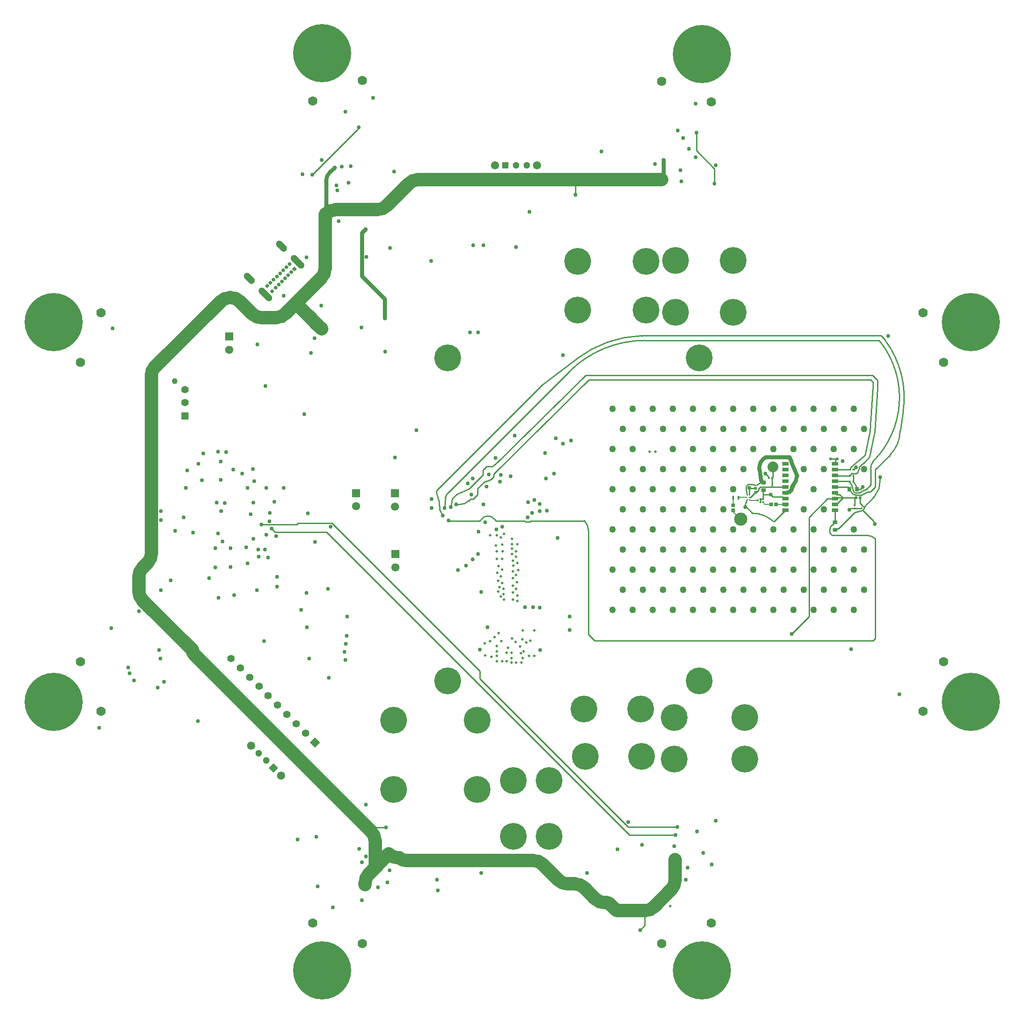
<source format=gbl>
G04*
G04 #@! TF.GenerationSoftware,Altium Limited,Altium Designer,25.8.1 (18)*
G04*
G04 Layer_Physical_Order=6*
G04 Layer_Color=16711680*
%FSLAX44Y44*%
%MOMM*%
G71*
G04*
G04 #@! TF.SameCoordinates,535EF8B2-0DBE-4100-A7A0-3C18341BF710*
G04*
G04*
G04 #@! TF.FilePolarity,Positive*
G04*
G01*
G75*
%ADD15C,0.2540*%
%ADD17C,2.0320*%
%ADD19R,0.6500X0.9000*%
%ADD22R,0.9000X0.6500*%
%ADD23R,0.2627X0.3541*%
%ADD46R,0.6725X0.7154*%
%ADD62R,0.7154X0.6725*%
%ADD84R,0.5153X0.4725*%
G04:AMPARAMS|DCode=109|XSize=1.3mm|YSize=2.5mm|CornerRadius=0.65mm|HoleSize=0mm|Usage=FLASHONLY|Rotation=225.000|XOffset=0mm|YOffset=0mm|HoleType=Round|Shape=RoundedRectangle|*
%AMROUNDEDRECTD109*
21,1,1.3000,1.2000,0,0,225.0*
21,1,0.0000,2.5000,0,0,225.0*
1,1,1.3000,-0.4243,0.4243*
1,1,1.3000,-0.4243,0.4243*
1,1,1.3000,0.4243,-0.4243*
1,1,1.3000,0.4243,-0.4243*
%
%ADD109ROUNDEDRECTD109*%
%ADD120C,1.5500*%
%ADD121C,1.3000*%
%ADD122P,0.9900X4X270.0*%
%ADD123C,0.7000*%
%ADD124R,1.4000X1.4000*%
%ADD125C,1.4000*%
%ADD126C,2.4892*%
G04:AMPARAMS|DCode=127|XSize=1.3mm|YSize=3.2mm|CornerRadius=0.65mm|HoleSize=0mm|Usage=FLASHONLY|Rotation=225.000|XOffset=0mm|YOffset=0mm|HoleType=Round|Shape=RoundedRectangle|*
%AMROUNDEDRECTD127*
21,1,1.3000,1.9000,0,0,225.0*
21,1,0.0000,3.2000,0,0,225.0*
1,1,1.3000,-0.6718,0.6718*
1,1,1.3000,-0.6718,0.6718*
1,1,1.3000,0.6718,-0.6718*
1,1,1.3000,0.6718,-0.6718*
%
%ADD127ROUNDEDRECTD127*%
G04:AMPARAMS|DCode=128|XSize=0.7mm|YSize=1.6mm|CornerRadius=0.35mm|HoleSize=0mm|Usage=FLASHONLY|Rotation=225.000|XOffset=0mm|YOffset=0mm|HoleType=Round|Shape=RoundedRectangle|*
%AMROUNDEDRECTD128*
21,1,0.7000,0.9000,0,0,225.0*
21,1,0.0000,1.6000,0,0,225.0*
1,1,0.7000,-0.3182,0.3182*
1,1,0.7000,-0.3182,0.3182*
1,1,0.7000,0.3182,-0.3182*
1,1,0.7000,0.3182,-0.3182*
%
%ADD128ROUNDEDRECTD128*%
%ADD129P,1.8385X4X180.0*%
%ADD130P,1.9799X4X360.0*%
%ADD131R,1.3000X1.3000*%
%ADD132R,1.5500X1.5500*%
%ADD133C,1.1000*%
%ADD134C,0.7620*%
%ADD141C,0.1760*%
%ADD149C,0.2540*%
%ADD160C,0.7620*%
%ADD185C,5.0800*%
%ADD186C,0.5588*%
%ADD187C,1.2700*%
%ADD188C,0.5080*%
%ADD189C,11.0000*%
%ADD190C,1.7780*%
%ADD212C,2.5400*%
%ADD213R,1.1810X0.7874*%
%ADD214R,0.4541X0.3627*%
%ADD215R,0.5200X0.5600*%
%ADD216R,0.3048X0.3810*%
%ADD217R,0.2500X0.2500*%
%ADD218R,0.3627X0.4541*%
%ADD219R,0.4100X0.6600*%
D15*
X1834410Y1714500D02*
G03*
X1829397Y1726603I-17117J0D01*
G01*
X1826679Y1677934D02*
G03*
X1819910Y1675130I0J-9573D01*
G01*
X1676128Y1653408D02*
G03*
X1636703Y1668913I-39410J-42333D01*
G01*
X1897322Y1779212D02*
G03*
X1916426Y1824612I-46151J46139D01*
G01*
X1922034Y1860067D02*
G03*
X1887936Y1996938I-178455J28226D01*
G01*
X1879387Y1993486D02*
G03*
X1879088Y1993871I-135808J-105193D01*
G01*
X1865518Y1767296D02*
G03*
X1879387Y1993486I-121939J120997D01*
G01*
X1432899Y1996440D02*
G03*
X1289230Y1936931I-0J-203179D01*
G01*
X1425550Y2005203D02*
G03*
X1304897Y1962343I7349J-211941D01*
G01*
X1793240Y1637400D02*
G03*
X1800376Y1640356I0J10091D01*
G01*
X1830535Y1670083D02*
G03*
X1829470Y1669450I727J-2434D01*
G01*
X1846081Y1674730D02*
G03*
X1847894Y1677163I-727J2434D01*
G01*
X1868170Y1648460D02*
G03*
X1865215Y1655596I-10093J0D01*
G01*
X1847894Y1680704D02*
G03*
X1845811Y1683203I-2540J0D01*
G01*
X959597Y1774190D02*
G03*
X959348Y1774087I0J-353D01*
G01*
X1060927Y1708627D02*
G03*
X1054567Y1697993I17960J-17960D01*
G01*
X1141102Y1733198D02*
G03*
X1141097Y1733196I1857J-4728D01*
G01*
X1099704Y1715086D02*
G03*
X1099694Y1715081I1973J-4681D01*
G01*
X1825259Y1744254D02*
G03*
X1822761Y1742171I0J-2540D01*
G01*
X1833287Y1744254D02*
G03*
X1834923Y1744851I0J2540D01*
G01*
D02*
G03*
X1835363Y1745235I-13479J15875D01*
G01*
X1134810Y1663851D02*
G03*
X1122424Y1656059I38J-13802D01*
G01*
X1147724Y1657549D02*
G03*
X1134855Y1663851I-12877J-10007D01*
G01*
D02*
G03*
X1134810Y1663851I-7J-13802D01*
G01*
X1147724Y1657549D02*
G03*
X1148658Y1656556I5998J4700D01*
G01*
X1120151Y1654630D02*
G03*
X1122424Y1656059I-11J2540D01*
G01*
X1325880Y1636669D02*
G03*
X1318441Y1654630I-25400J0D01*
G01*
X1081761Y1685372D02*
G03*
X1099722Y1692812I0J25400D01*
G01*
X1865518Y1767296D02*
G03*
X1860550Y1752239I20332J-15057D01*
G01*
X1897316Y1779206D02*
G03*
X1897322Y1779212I-46145J46145D01*
G01*
X1060414Y1654809D02*
G03*
X1060847Y1654630I434J434D01*
G01*
X1869440Y1620520D02*
G03*
X1854110Y1626870I-15330J-15330D01*
G01*
X1826062Y1706215D02*
G03*
X1831160Y1703650I5098J3785D01*
G01*
X1859806Y1721376D02*
G03*
X1860550Y1723172I-1796J1796D01*
G01*
X1844293Y1710648D02*
G03*
X1844032Y1710517I2714J-5741D01*
G01*
X1828727Y1709271D02*
G03*
X1831160Y1707460I2433J729D01*
G01*
X1852969Y1714749D02*
G03*
X1853674Y1715244I-1085J2297D01*
G01*
X1837660Y1707460D02*
G03*
X1838860Y1707761I0J2540D01*
G01*
X1825593Y1719729D02*
G03*
X1825317Y1720341I-2433J-729D01*
G01*
X1821444Y1727297D02*
G03*
X1821827Y1725956I2540J0D01*
G01*
X1657350Y1727200D02*
G03*
X1645861Y1722441I0J-16248D01*
G01*
X1643368Y1721784D02*
G03*
X1645861Y1722441I688J2445D01*
G01*
X1784350Y1771650D02*
X1796564D01*
X1797050D01*
X1793903Y1768989D02*
X1796564Y1771650D01*
X1793903Y1762782D02*
Y1768989D01*
X1793431Y1762310D02*
X1793903Y1762782D01*
X1829034Y1751874D02*
X1832610Y1755907D01*
X1828033Y1751330D02*
X1829034Y1751874D01*
X1827530Y1728470D02*
X1829397Y1726603D01*
X1845280Y1718310D02*
X1845310D01*
X1841470Y1714500D02*
X1845280Y1718310D01*
X1834410Y1714500D02*
X1841470D01*
X1827530Y1728470D02*
Y1739900D01*
X1666829Y1735999D02*
Y1738041D01*
X1667373Y1735456D02*
X1667830D01*
X1666829Y1735999D02*
X1667373Y1735456D01*
X1844040Y1678477D02*
Y1678934D01*
X1843497Y1677934D02*
X1844040Y1678477D01*
X1826679Y1677934D02*
X1830070D01*
X1843497D01*
X1671320Y1704207D02*
Y1704340D01*
Y1704207D02*
X1675348Y1700179D01*
X1671085Y1704105D02*
X1671320Y1704340D01*
X1697101Y1696310D02*
X1699069D01*
X1675348Y1700179D02*
X1693232D01*
X1697101Y1696310D01*
X1661160Y1743710D02*
X1666829Y1738041D01*
X1657031Y1704105D02*
Y1712381D01*
Y1704105D02*
X1671085D01*
X1656110Y1713940D02*
X1657350Y1712700D01*
X1657031Y1712381D02*
X1657350Y1712700D01*
X1631225Y1716495D02*
X1641565D01*
X1642110Y1715950D01*
X1630680Y1717040D02*
X1631225Y1716495D01*
X1657031Y1696039D02*
Y1704105D01*
X1630680Y1703260D02*
Y1717040D01*
X1651777Y1695785D02*
X1656777D01*
X1657031Y1696039D01*
X1651777Y1690035D02*
Y1695785D01*
X1623251Y1685871D02*
X1626680Y1695260D01*
X1623060Y1685679D02*
X1623251Y1685871D01*
X1624599Y1681017D02*
Y1681749D01*
X1623060Y1680210D02*
X1624599Y1681749D01*
X1623060Y1680210D02*
Y1685679D01*
X1678167Y1653408D02*
X1699069Y1674310D01*
X1676128Y1653408D02*
X1676128D01*
X1635969Y1669648D02*
X1636703Y1668913D01*
X1636703Y1668913D01*
X1677115Y1653408D02*
X1678167Y1653408D01*
X1676128D02*
X1677115Y1653408D01*
X1624599Y1681017D02*
X1635969Y1669648D01*
X1675130Y1737487D02*
Y1756410D01*
X1674916Y1737274D02*
X1675130Y1737487D01*
X1674916Y1735999D02*
Y1737274D01*
X1674373Y1735456D02*
X1674916Y1735999D01*
X1673916Y1735456D02*
X1674373D01*
X1673916Y1718546D02*
Y1735456D01*
X1651798Y1718490D02*
X1673860D01*
X1648315Y1715007D02*
X1651798Y1718490D01*
X1648315Y1713163D02*
Y1715007D01*
X1673860Y1718490D02*
X1673916Y1718546D01*
X1673860Y1718490D02*
X1698889D01*
X1699069Y1718310D01*
X1644832Y1709680D02*
X1648315Y1713163D01*
X1643440Y1709680D02*
X1644832D01*
X1642110Y1708350D02*
X1643440Y1709680D01*
X1642110Y1708150D02*
Y1708350D01*
Y1707950D02*
Y1708150D01*
X1640780Y1706620D02*
X1642110Y1707950D01*
X1640580Y1706620D02*
X1640780D01*
X1633220Y1699260D02*
X1640580Y1706620D01*
X1630680Y1699260D02*
X1633220D01*
X1778988Y1696310D02*
X1793431D01*
X1743710Y1661032D02*
X1778988Y1696310D01*
X1743710Y1473200D02*
Y1661032D01*
X1710690Y1440180D02*
X1743710Y1473200D01*
X1337799Y1427480D02*
X1864976D01*
X1325880Y1439399D02*
X1337799Y1427480D01*
X1864976D02*
X1869440Y1431944D01*
Y1620520D01*
X1325880Y1439399D02*
Y1456254D01*
Y1456254D01*
X1301396Y2300885D02*
X1301750Y2301240D01*
X1301396Y2272384D02*
Y2300885D01*
X1564640Y2293659D02*
Y2321919D01*
X1530701Y2355858D02*
X1564640Y2321919D01*
X1530701Y2355858D02*
Y2389816D01*
X1432560Y887730D02*
Y915670D01*
X1423670Y878840D02*
X1432560Y887730D01*
X914126Y1065804D02*
X921472Y1073150D01*
X942340D01*
X889298Y2399328D02*
X890270Y2400300D01*
X889298Y2396788D02*
Y2399328D01*
X802640Y2310130D02*
X889298Y2396788D01*
X1916426Y1824612D02*
X1922034Y1860067D01*
X1885937Y1999595D02*
X1887936Y1996938D01*
X1238826Y1912325D02*
X1304897Y1962343D01*
X1432899Y1996440D02*
X1876519Y1996440D01*
X1879088Y1993871D01*
X1425550Y2005203D02*
X1429217Y2005330D01*
X1880201D01*
X1038374Y1711873D02*
X1238826Y1912325D01*
X1880201Y2005330D02*
X1885937Y1999595D01*
X1800376Y1640356D02*
X1829470Y1669450D01*
X1840206Y1688311D02*
Y1697990D01*
Y1688311D02*
X1844040Y1684477D01*
Y1684020D02*
Y1684477D01*
X1844084Y1683519D02*
X1845811Y1683203D01*
X1844040Y1684020D02*
X1844084Y1683519D01*
X1830535Y1670083D02*
X1846081Y1674730D01*
X1865215Y1655596D01*
X1847894Y1677163D02*
Y1680704D01*
X1875790Y1715807D02*
X1878330Y1737360D01*
X1867077Y1699887D02*
X1875790Y1715807D01*
X1847894Y1680704D02*
X1867077Y1699887D01*
X1808480Y1697990D02*
X1832420D01*
X1808079D02*
X1808480D01*
X1793431Y1652091D02*
Y1674310D01*
X1819910Y1714500D02*
Y1715750D01*
X1793431Y1685310D02*
X1795399D01*
X1808079Y1697990D01*
X1793431Y1707310D02*
X1796098Y1704643D01*
X1801827D01*
X1808480Y1697990D01*
X1793431Y1718310D02*
X1817350D01*
X1819910Y1715750D01*
X1793431Y1751310D02*
X1821927D01*
X1821947Y1751330D01*
X1793431Y1740310D02*
X1793841Y1739900D01*
X1821444D01*
X1793431Y1696310D02*
X1795111Y1697990D01*
X1808079D01*
X1793431Y1729310D02*
X1820147D01*
X1820987Y1728470D01*
X1821444D01*
X1793240Y1651900D02*
X1793431Y1652091D01*
X1628050Y1723390D02*
X1635261Y1724066D01*
X1624330Y1719670D02*
X1628050Y1723390D01*
X1624330Y1714410D02*
Y1719670D01*
Y1714410D02*
X1626680Y1703260D01*
X1635261Y1724066D02*
X1643368Y1721783D01*
X1844168Y1761490D02*
X1846999Y1763818D01*
X1835870Y1745742D02*
X1838960Y1753277D01*
Y1756282D01*
X1835364Y1745236D02*
X1835870Y1745742D01*
X1838960Y1756282D02*
X1844168Y1761490D01*
X1846999Y1763818D02*
X1858571Y1775390D01*
X1835363Y1745235D02*
X1835364Y1745236D01*
X1845087Y1703927D02*
X1854935Y1708952D01*
X1855299Y1709019D01*
X1831160Y1703650D02*
X1844543D01*
X1855299Y1709019D02*
X1859178Y1709734D01*
X1844543Y1703650D02*
X1845087Y1703927D01*
X1821947Y1751330D02*
X1822034Y1751874D01*
X1822668Y1755844D02*
X1824777Y1757953D01*
X1822034Y1751874D02*
X1822668Y1755844D01*
X1849680Y1779072D02*
X1849680Y1779072D01*
X1824777Y1757953D02*
X1849680Y1779072D01*
X1042964Y1690157D02*
X1043940Y1675258D01*
X1052830Y1678940D02*
X1054567Y1697993D01*
X1038374Y1707738D02*
X1042964Y1690157D01*
X1043940Y1675258D02*
X1049739Y1664204D01*
X1787746Y1626870D02*
X1854110D01*
X1783283Y1631334D02*
X1787746Y1626870D01*
X1783283Y1637646D02*
X1783660Y1642754D01*
X1783283Y1631334D02*
Y1637646D01*
X1788776Y1647436D02*
X1793240Y1651900D01*
X1786636Y1645730D02*
X1788776Y1647436D01*
X1783660Y1642754D02*
X1786636Y1645730D01*
X1153101Y1765231D02*
X1320870Y1930400D01*
X1116244Y1715774D02*
X1128826Y1728356D01*
X1148556Y1745491D02*
X1326419Y1921510D01*
X1146310Y1743244D02*
X1148556Y1745491D01*
X1143868Y1757680D02*
X1153101Y1765231D01*
X1320870Y1930400D02*
X1864218D01*
X1146310Y1738405D02*
Y1743244D01*
X1128826Y1728356D02*
X1141097Y1733196D01*
X1132840Y1757680D02*
X1143868D01*
X1141102Y1733198D02*
X1146310Y1738405D01*
X1326419Y1921510D02*
X1860535D01*
X1126434Y1751274D02*
X1132840Y1757680D01*
X1126434Y1741816D02*
Y1751274D01*
X1060927Y1708627D02*
X1289230Y1936931D01*
X1067890Y1696540D02*
X1076699Y1705349D01*
X1099704Y1715086D02*
X1126434Y1741816D01*
X1076699Y1705349D02*
X1099694Y1715081D01*
X1822444Y1740444D02*
X1822761Y1742171D01*
X1825259Y1744254D02*
X1829801D01*
Y1744254D02*
X1833287D01*
X1833287D01*
X725170Y1639570D02*
X731520Y1633220D01*
X829310D02*
X1403350Y1059180D01*
X731520Y1633220D02*
X829310D01*
X706120Y1647825D02*
X706755Y1647190D01*
X772743D01*
X775283Y1649730D01*
X839560D01*
X1119742Y1369548D01*
Y1355397D02*
Y1369548D01*
Y1355397D02*
X1400896Y1074243D01*
X1494590D01*
X1403350Y1059180D02*
X1490948D01*
X1214666Y1652270D02*
X1217025Y1654630D01*
X1318441D01*
X1204942D02*
X1207301Y1652270D01*
X1214666D01*
X1153722Y1654630D02*
X1204942D01*
X1074918Y1685372D02*
X1081761D01*
X1150824Y1654630D02*
X1153722Y1654630D01*
X1148658Y1656556D02*
X1150824Y1654630D01*
X1060847Y1654630D02*
X1120151D01*
X1116244Y1704041D02*
Y1715774D01*
X1107666Y1695464D02*
X1116244Y1704041D01*
X1102374Y1695464D02*
X1107666D01*
X1099722Y1692812D02*
X1102374Y1695464D01*
X1064988Y1680370D02*
X1067890Y1696540D01*
X1038374Y1707738D02*
Y1711873D01*
X1864218Y1930400D02*
X1873308Y1921310D01*
X1860535Y1921510D02*
X1864999Y1917046D01*
Y1910734D02*
Y1917046D01*
X1868170Y1823128D02*
X1873889Y1907051D01*
X1859280Y1824066D02*
X1864999Y1910734D01*
X1873308Y1921310D02*
X1873889Y1920434D01*
X1849680Y1779072D02*
X1859280Y1824066D01*
X1867930Y1820144D02*
X1868170Y1823128D01*
X1873889Y1907051D02*
Y1920434D01*
X1858571Y1775390D02*
X1867930Y1820144D01*
X1869440Y1751330D02*
X1897316Y1779206D01*
X1869440Y1718438D02*
Y1751330D01*
X1859178Y1709734D02*
X1861089Y1710087D01*
X1869440Y1718438D01*
X1325880Y1456254D02*
Y1636669D01*
X1821890Y1711833D02*
X1826062Y1706215D01*
X1819910Y1714500D02*
X1821890Y1711833D01*
X1860550Y1723172D02*
Y1752239D01*
X1853674Y1715244D02*
X1859806Y1721376D01*
X1844293Y1710648D02*
X1852969Y1714749D01*
X1838865Y1707764D02*
X1844021Y1710511D01*
X1831160Y1707460D02*
X1837660D01*
X1825593Y1719729D02*
X1826625Y1716286D01*
X1828727Y1709271D01*
X1821827Y1725956D02*
X1825317Y1720341D01*
X1821444Y1727297D02*
Y1728470D01*
X1832420Y1697990D02*
X1832634D01*
X1830070Y1684020D02*
Y1695640D01*
X1832420Y1697990D01*
X1821444Y1739900D02*
X1822444Y1740444D01*
D17*
X1675130Y1756410D02*
D03*
D19*
X1834410Y1714500D02*
D03*
X1819910D02*
D03*
D22*
X1657350Y1712700D02*
D03*
X1793240Y1637400D02*
D03*
X1657350Y1727200D02*
D03*
X1793240Y1651900D02*
D03*
D23*
X1844040Y1678934D02*
D03*
Y1684020D02*
D03*
D46*
X1600200Y1674449D02*
D03*
Y1684020D02*
D03*
D62*
X1671909Y1685290D02*
D03*
X1681480D02*
D03*
D84*
X1840206Y1697990D02*
D03*
X1832634D02*
D03*
D109*
X683350Y2114326D02*
D03*
X744444Y2175420D02*
D03*
D120*
X1228720Y2327910D02*
D03*
X1148720D02*
D03*
X645160Y1978660D02*
D03*
X743294Y1171866D02*
D03*
X686726Y1228434D02*
D03*
X885190Y1681880D02*
D03*
X959020Y1681680D02*
D03*
X960120Y1566310D02*
D03*
D121*
X1208720Y2327910D02*
D03*
X1188720D02*
D03*
X700868Y1214292D02*
D03*
X715010Y1200150D02*
D03*
D122*
X768875Y2131968D02*
D03*
D123*
X726802Y2089895D02*
D03*
X756854Y2119947D02*
D03*
X750844Y2113937D02*
D03*
X744833Y2107926D02*
D03*
X738823Y2101916D02*
D03*
X717256Y2099441D02*
D03*
X723266Y2105452D02*
D03*
X729277Y2111462D02*
D03*
X735287Y2117472D02*
D03*
X741298Y2123483D02*
D03*
X747308Y2129493D02*
D03*
X753318Y2135504D02*
D03*
X759329Y2141514D02*
D03*
X732812Y2095906D02*
D03*
X762864Y2125958D02*
D03*
D124*
X561510Y1853330D02*
D03*
D125*
X648416Y1393744D02*
D03*
X789838Y1252322D02*
D03*
X772160Y1270000D02*
D03*
X754482Y1287678D02*
D03*
X736805Y1305355D02*
D03*
X719127Y1323033D02*
D03*
X701449Y1340711D02*
D03*
X683772Y1358388D02*
D03*
X666094Y1376066D02*
D03*
X561510Y1903330D02*
D03*
Y1878330D02*
D03*
D126*
X1614170Y1657350D02*
D03*
D127*
X774850Y2145014D02*
D03*
X713756Y2083920D02*
D03*
D128*
X745505Y2174359D02*
D03*
X684411Y2113265D02*
D03*
D129*
X729152Y1186008D02*
D03*
D130*
X807515Y1234645D02*
D03*
D131*
X1168720Y2327910D02*
D03*
D132*
X645160Y2003660D02*
D03*
X885190Y1706880D02*
D03*
X959020Y1706680D02*
D03*
X960120Y1591310D02*
D03*
D133*
X541510Y1919330D02*
D03*
D134*
X1893549Y2004714D02*
D03*
X1807513Y1768143D02*
D03*
X1832610Y1755907D02*
D03*
X1529080Y2444750D02*
D03*
X1516380Y2359660D02*
D03*
X1845310Y1718310D02*
D03*
X1671320Y1704340D02*
D03*
X1661160Y1743710D02*
D03*
X1630680Y1717040D02*
D03*
X1350190Y2354580D02*
D03*
X1451610Y2330450D02*
D03*
X1277620Y1968500D02*
D03*
X1188720Y2172970D02*
D03*
X1260727Y1744260D02*
D03*
X1186180Y1816100D02*
D03*
X1819910Y1675130D02*
D03*
X1623060Y1680210D02*
D03*
X1823720Y1410970D02*
D03*
X1915160Y1325920D02*
D03*
X1543050Y1024890D02*
D03*
X1488440Y1037590D02*
D03*
X1400810Y1083310D02*
D03*
X1380708Y1032292D02*
D03*
X1510030Y974090D02*
D03*
X1247140Y1673860D02*
D03*
X1267460Y1621790D02*
D03*
X1290320Y1473200D02*
D03*
X1234440Y1409700D02*
D03*
X957580Y2316142D02*
D03*
X949960Y2171700D02*
D03*
X1027610Y2147390D02*
D03*
X905256Y2154936D02*
D03*
X865277Y2429917D02*
D03*
X1137420Y1742088D02*
D03*
X1116766Y2011680D02*
D03*
X1101090D02*
D03*
X999490Y1826260D02*
D03*
X1028700Y1695450D02*
D03*
X940240Y1975290D02*
D03*
X820420Y2338070D02*
D03*
X800100Y1972310D02*
D03*
X787400Y1856740D02*
D03*
X713740Y1910080D02*
D03*
X424180Y2019300D02*
D03*
X628650Y1766570D02*
D03*
X586740Y1762760D02*
D03*
X715010Y1717040D02*
D03*
X730250Y1690370D02*
D03*
X793750Y1668780D02*
D03*
X721950Y1669460D02*
D03*
X562610Y1717040D02*
D03*
X621030Y1689100D02*
D03*
X636270Y1688120D02*
D03*
X629920Y1672590D02*
D03*
X1117600Y1634413D02*
D03*
X1134319Y1452878D02*
D03*
X792480Y1452880D02*
D03*
X1120140Y1410480D02*
D03*
X948690Y991870D02*
D03*
X896990Y935620D02*
D03*
X863600Y1405890D02*
D03*
X796290Y1393190D02*
D03*
X734060Y1625600D02*
D03*
X542293Y1635760D02*
D03*
X576580Y1631950D02*
D03*
X690880Y1620520D02*
D03*
X647700Y1567180D02*
D03*
X618490Y1566101D02*
D03*
X774700Y1050290D02*
D03*
X697837Y1522730D02*
D03*
X515620D02*
D03*
X711245Y1426165D02*
D03*
X511804Y1409700D02*
D03*
X421788Y1451400D02*
D03*
X398428Y1262380D02*
D03*
X1710690Y1440180D02*
D03*
X1301396Y2272384D02*
D03*
X1564640Y2293659D02*
D03*
X1530701Y2389816D02*
D03*
X1567180Y2328360D02*
D03*
X1501636Y2298204D02*
D03*
X1423670Y878840D02*
D03*
X852355Y2222315D02*
D03*
X904240Y1116330D02*
D03*
X1122680Y986790D02*
D03*
X942340Y1073150D02*
D03*
X1038860Y974090D02*
D03*
X802640Y2310130D02*
D03*
X918063Y2456327D02*
D03*
X521771Y1349811D02*
D03*
X509821Y1338580D02*
D03*
X849630Y2280920D02*
D03*
X690880Y1689100D02*
D03*
X1427480Y1040130D02*
D03*
X1531620Y1065530D02*
D03*
X890270Y2400300D02*
D03*
X810260Y1055370D02*
D03*
X618490Y1602740D02*
D03*
X558800Y1661160D02*
D03*
X647700Y1602930D02*
D03*
X676910Y1604010D02*
D03*
X679450Y1717040D02*
D03*
X593090Y1731004D02*
D03*
X565150Y1750060D02*
D03*
X685800Y1666939D02*
D03*
X514350Y1393190D02*
D03*
X1107440Y2176780D02*
D03*
X1868170Y1648460D02*
D03*
X628650Y1732280D02*
D03*
X1126490Y2176780D02*
D03*
X959597Y1774190D02*
D03*
X1290320Y1447800D02*
D03*
X1245668Y1734596D02*
D03*
X1878330Y1737360D02*
D03*
X1132419Y1719353D02*
D03*
X1130427Y1652188D02*
D03*
X533865Y1541315D02*
D03*
X1028700Y1678940D02*
D03*
X1210984Y1661160D02*
D03*
X836930Y1643380D02*
D03*
X807720Y1614170D02*
D03*
X1162050Y1643380D02*
D03*
X1151193Y1638042D02*
D03*
X1233170Y1686560D02*
D03*
X1223010Y1694550D02*
D03*
X1219238Y1669806D02*
D03*
X1211624Y1690052D02*
D03*
X1052830Y1678940D02*
D03*
X1126523Y1685313D02*
D03*
X1097503Y1725457D02*
D03*
X1106170Y1734820D02*
D03*
X1149418Y1774121D02*
D03*
X652780Y1751330D02*
D03*
X669290Y1743710D02*
D03*
X871220Y2294890D02*
D03*
X848450Y2289900D02*
D03*
X1504950Y2379980D02*
D03*
X1494835Y2393905D02*
D03*
X903785Y1018540D02*
D03*
X896620Y1007110D02*
D03*
X473710Y1483360D02*
D03*
X453390Y1376680D02*
D03*
X632460Y1615440D02*
D03*
X455930Y1365250D02*
D03*
X654050Y1513840D02*
D03*
X465099Y1352271D02*
D03*
X939800Y2038805D02*
D03*
X902970Y2207260D02*
D03*
X800100Y2038350D02*
D03*
X806450Y2000250D02*
D03*
X748030Y2080688D02*
D03*
X698500Y1988820D02*
D03*
X692150Y1729740D02*
D03*
X689610Y1752600D02*
D03*
X725170Y1639570D02*
D03*
X712470Y1600200D02*
D03*
X718820Y1584960D02*
D03*
X1233170Y1673370D02*
D03*
X1074918Y1685372D02*
D03*
X1040130Y953770D02*
D03*
X1567180Y1085850D02*
D03*
X1529080Y2343150D02*
D03*
X783590Y2311400D02*
D03*
X1499870Y2319020D02*
D03*
X1214120Y2240280D02*
D03*
X858520Y2325370D02*
D03*
X515620Y1656080D02*
D03*
X624840Y1508760D02*
D03*
X515620Y1672590D02*
D03*
X891540Y1032510D02*
D03*
X844550Y2324100D02*
D03*
X1468120Y2338070D02*
D03*
X1323340Y986790D02*
D03*
X927100Y960120D02*
D03*
X902598Y964828D02*
D03*
X1494590Y1074243D02*
D03*
X1490948Y1059180D02*
D03*
X1103984Y1704354D02*
D03*
X1064988Y1680370D02*
D03*
X1060414Y1654809D02*
D03*
X1049739Y1664204D02*
D03*
X1122874Y1519723D02*
D03*
X1078230Y1560830D02*
D03*
X1093470Y1569904D02*
D03*
X1106170Y1581150D02*
D03*
X1117007Y1591673D02*
D03*
X1178560Y1738996D02*
D03*
X1243330Y1783080D02*
D03*
X1220470Y1490980D02*
D03*
X1205859Y1490758D02*
D03*
X1292860Y1807120D02*
D03*
X1277438Y1800677D02*
D03*
X1263650Y1811020D02*
D03*
X1158240Y1728470D02*
D03*
X1159510Y1741170D02*
D03*
X1233126Y1490218D02*
D03*
X841912Y922118D02*
D03*
X868680Y1473200D02*
D03*
X781050Y1485900D02*
D03*
X833959Y1357199D02*
D03*
X831850Y1525270D02*
D03*
X791210Y1517650D02*
D03*
X864870Y1390650D02*
D03*
X866140Y1421130D02*
D03*
X867410Y1436370D02*
D03*
X585470Y1275080D02*
D03*
X748030Y1717040D02*
D03*
X735330Y1548130D02*
D03*
X735926Y1529676D02*
D03*
X679495Y1573575D02*
D03*
X638810Y1784350D02*
D03*
X623570Y1785620D02*
D03*
X895350Y2020570D02*
D03*
X819150Y2062480D02*
D03*
X791210Y2153920D02*
D03*
X607060Y1545590D02*
D03*
X721360Y1653540D02*
D03*
X706120Y1647825D02*
D03*
X595630Y1781810D02*
D03*
X715010Y1628140D02*
D03*
X701040Y1586230D02*
D03*
X699770Y1600200D02*
D03*
X623570Y1630680D02*
D03*
X812800Y961390D02*
D03*
X944880Y969010D02*
D03*
X875030Y2326640D02*
D03*
X1559560Y1003300D02*
D03*
X1513840Y997536D02*
D03*
X1490149Y1012386D02*
D03*
D141*
X1611530Y1699260D02*
X1626680D01*
X1610360Y1698090D02*
X1611530Y1699260D01*
X1610360Y1697990D02*
Y1698090D01*
X1600260Y1684080D02*
Y1697990D01*
X1600200Y1684020D02*
X1600260Y1684080D01*
X1681480Y1685290D02*
X1699049D01*
X1600200Y1671320D02*
Y1674449D01*
Y1671320D02*
X1614170Y1657350D01*
X1630680Y1695260D02*
X1633030Y1692910D01*
X1646777D01*
X1656777Y1689654D02*
X1660663Y1685768D01*
X1663601Y1685290D02*
X1671909D01*
X1663123Y1685768D02*
X1663601Y1685290D01*
X1656777Y1689654D02*
Y1690035D01*
X1660663Y1685768D02*
X1663123D01*
D149*
X1677115Y1653408D02*
D03*
D160*
X1662991Y1775460D02*
G03*
X1649932Y1751814I9367J-20603D01*
G01*
X1706426Y1709505D02*
G03*
X1709839Y1712910I-1452J4868D01*
G01*
X1720845Y1739624D02*
G03*
X1720848Y1739616I7096J2776D01*
G01*
X1713410Y1721651D02*
G03*
X1720850Y1739612I-17960J17960D01*
G01*
X1713404Y1721645D02*
G03*
X1711510Y1718467I5404J-5373D01*
G01*
X836021Y2315571D02*
G03*
X828582Y2297610I17960J-17960D01*
G01*
X1464528Y2301240D02*
G03*
X1468120Y2309912I-8672J8672D01*
G01*
X1652632Y1731327D02*
X1654814Y1729145D01*
X1649932Y1751814D02*
X1652632Y1731327D01*
X1654814Y1729145D02*
X1657350Y1727200D01*
X1662991Y1775460D02*
X1706824D01*
X1708759Y1770516D02*
X1710054Y1768351D01*
X1710572Y1765882D01*
X1720845Y1739624D01*
X1706824Y1775460D02*
X1708759Y1770516D01*
X1699049Y1685290D02*
X1699069Y1685310D01*
Y1707310D02*
X1699495Y1707437D01*
X1706426Y1709505D01*
X1720848Y1739616D02*
X1720850Y1739612D01*
X1713404Y1721645D02*
X1713410Y1721651D01*
X1709839Y1712910D02*
X1711510Y1718467D01*
X828582Y2236651D02*
Y2297610D01*
X939800Y2038805D02*
Y2075180D01*
X896366Y2118614D02*
X939800Y2075180D01*
X896366Y2118614D02*
Y2200656D01*
X902970Y2207260D01*
X836021Y2315571D02*
X844550Y2324100D01*
X1468120Y2309912D02*
Y2338070D01*
D185*
X1490980Y2147570D02*
D03*
Y2049780D02*
D03*
X1305560Y2053590D02*
D03*
Y2146300D02*
D03*
X1435100D02*
D03*
Y2053590D02*
D03*
X1600200Y2049780D02*
D03*
Y2147570D02*
D03*
X1621790Y1202690D02*
D03*
Y1281430D02*
D03*
X1488440D02*
D03*
Y1202690D02*
D03*
X1250950Y1162050D02*
D03*
Y1056640D02*
D03*
X1183640D02*
D03*
Y1162050D02*
D03*
X1319530Y1207770D02*
D03*
X1426210D02*
D03*
X1424940Y1297940D02*
D03*
X1316990D02*
D03*
X1115060Y1276350D02*
D03*
Y1145540D02*
D03*
X956310D02*
D03*
Y1276350D02*
D03*
X1535430Y1351280D02*
D03*
X1059180D02*
D03*
X1535430Y1963420D02*
D03*
X1059180D02*
D03*
D186*
X1784350Y1771650D02*
D03*
X1797050D02*
D03*
D187*
X1790700Y1866900D02*
D03*
X1847850Y1828800D02*
D03*
X1828800Y1790700D02*
D03*
Y1866900D02*
D03*
X1809750Y1828800D02*
D03*
X1752600Y1866900D02*
D03*
X1771650Y1828800D02*
D03*
X1714500Y1866900D02*
D03*
X1733550Y1828800D02*
D03*
X1752600Y1790700D02*
D03*
X1790700D02*
D03*
X1714500D02*
D03*
X1733550Y1752600D02*
D03*
X1771650D02*
D03*
X1562100Y1866900D02*
D03*
X1600200D02*
D03*
X1524000D02*
D03*
X1676400D02*
D03*
X1657350Y1828800D02*
D03*
X1638300Y1866900D02*
D03*
X1619250Y1828800D02*
D03*
X1695450D02*
D03*
X1676400Y1790700D02*
D03*
X1638300D02*
D03*
X1619250Y1752600D02*
D03*
X1543050Y1828800D02*
D03*
X1581150D02*
D03*
X1504950D02*
D03*
X1524000Y1790700D02*
D03*
X1600200D02*
D03*
X1581150Y1752600D02*
D03*
X1562100Y1790700D02*
D03*
X1543050Y1752600D02*
D03*
X1847850D02*
D03*
X1752600Y1714500D02*
D03*
X1562100D02*
D03*
X1504950Y1752600D02*
D03*
X1524000Y1714500D02*
D03*
X1600200D02*
D03*
X1485900Y1866900D02*
D03*
X1447800D02*
D03*
X1371600D02*
D03*
X1409700D02*
D03*
X1466850Y1828800D02*
D03*
X1485900Y1790700D02*
D03*
X1428750Y1828800D02*
D03*
X1409700Y1790700D02*
D03*
X1466850Y1752600D02*
D03*
X1428750D02*
D03*
X1390650Y1828800D02*
D03*
Y1752600D02*
D03*
X1371600Y1790700D02*
D03*
Y1714500D02*
D03*
X1447800D02*
D03*
X1485900D02*
D03*
X1409700D02*
D03*
X1733550Y1676400D02*
D03*
X1771650D02*
D03*
X1714500Y1638300D02*
D03*
X1676400D02*
D03*
X1828800D02*
D03*
X1847850Y1600200D02*
D03*
X1771650D02*
D03*
X1809750D02*
D03*
X1828800Y1562100D02*
D03*
X1847850Y1524000D02*
D03*
X1752600Y1562100D02*
D03*
X1790700D02*
D03*
X1752600Y1638300D02*
D03*
X1733550Y1600200D02*
D03*
X1657350D02*
D03*
X1695450D02*
D03*
X1714500Y1562100D02*
D03*
X1695450Y1524000D02*
D03*
X1638300Y1562100D02*
D03*
X1676400D02*
D03*
X1543050Y1676400D02*
D03*
X1581150D02*
D03*
X1600200Y1638300D02*
D03*
X1638300D02*
D03*
X1524000D02*
D03*
X1562100D02*
D03*
X1466850Y1676400D02*
D03*
X1504950D02*
D03*
X1390650D02*
D03*
X1428750D02*
D03*
X1447800Y1638300D02*
D03*
X1485900D02*
D03*
X1409700D02*
D03*
X1390650Y1600200D02*
D03*
X1581150D02*
D03*
X1619250D02*
D03*
X1543050D02*
D03*
X1562100Y1562100D02*
D03*
X1600200D02*
D03*
X1524000D02*
D03*
X1543050Y1524000D02*
D03*
X1466850Y1600200D02*
D03*
X1504950D02*
D03*
X1428750D02*
D03*
X1409700Y1562100D02*
D03*
X1447800D02*
D03*
X1485900D02*
D03*
X1390650Y1524000D02*
D03*
X1428750D02*
D03*
X1771650D02*
D03*
X1809750D02*
D03*
X1733550D02*
D03*
X1752600Y1485900D02*
D03*
X1828800D02*
D03*
X1790700D02*
D03*
X1619250Y1524000D02*
D03*
X1657350D02*
D03*
X1581150D02*
D03*
X1562100Y1485900D02*
D03*
X1676400D02*
D03*
X1714500D02*
D03*
X1600200D02*
D03*
X1638300D02*
D03*
X1504950Y1524000D02*
D03*
X1485900Y1485900D02*
D03*
X1466850Y1524000D02*
D03*
X1447800Y1485900D02*
D03*
X1524000D02*
D03*
X1409700D02*
D03*
X1371600Y1638300D02*
D03*
Y1562100D02*
D03*
Y1485900D02*
D03*
D188*
X1452880Y1785620D02*
D03*
X1441450D02*
D03*
X1480820Y924560D02*
D03*
X1191260Y1610360D02*
D03*
X1181100D02*
D03*
Y1601470D02*
D03*
X1165860Y1629410D02*
D03*
X1181100Y1620520D02*
D03*
X1188720Y1596390D02*
D03*
Y1586230D02*
D03*
X1181100Y1591310D02*
D03*
X1182370Y1578610D02*
D03*
X1223010Y1446530D02*
D03*
X1201420D02*
D03*
X1200150Y1430020D02*
D03*
X1223010Y1398270D02*
D03*
X1215390Y1427480D02*
D03*
X1207770Y1423670D02*
D03*
X1196340Y1416050D02*
D03*
X1202690Y1407160D02*
D03*
X1212850Y1398270D02*
D03*
X1201420Y1394460D02*
D03*
X1197610Y1403350D02*
D03*
X1198880Y1385570D02*
D03*
X1191260Y1574800D02*
D03*
X1192530Y1560830D02*
D03*
X1183640Y1569720D02*
D03*
X1188720Y1551940D02*
D03*
X1191260Y1512570D02*
D03*
Y1502410D02*
D03*
X1189990Y1537970D02*
D03*
X1188720Y1525270D02*
D03*
X1182370Y1531620D02*
D03*
Y1518920D02*
D03*
Y1558290D02*
D03*
Y1545590D02*
D03*
Y1504950D02*
D03*
X1164590Y1515110D02*
D03*
X1165860Y1504950D02*
D03*
X1181100Y1431290D02*
D03*
X1187450Y1424940D02*
D03*
X1173480Y1413510D02*
D03*
X1179830Y1404620D02*
D03*
Y1385570D02*
D03*
X1188720D02*
D03*
X1179830Y1394460D02*
D03*
X1170940Y1388110D02*
D03*
Y1404620D02*
D03*
X1163320Y1596390D02*
D03*
X1162050Y1582420D02*
D03*
X1159510Y1623060D02*
D03*
X1162050Y1609090D02*
D03*
Y1562100D02*
D03*
X1159510Y1549400D02*
D03*
X1155700Y1568450D02*
D03*
X1153160Y1555750D02*
D03*
X1151890Y1626870D02*
D03*
X1150620Y1607820D02*
D03*
X1151890Y1596390D02*
D03*
Y1582420D02*
D03*
X1162050Y1536700D02*
D03*
X1164590Y1525270D02*
D03*
X1156970Y1529080D02*
D03*
X1159510Y1511300D02*
D03*
X1155700Y1441450D02*
D03*
X1160780Y1426210D02*
D03*
X1154430Y1540510D02*
D03*
Y1520190D02*
D03*
X1148080Y1433830D02*
D03*
X1139190Y1626870D02*
D03*
Y1426210D02*
D03*
X1129030Y1422400D02*
D03*
X1151890Y1407160D02*
D03*
Y1398270D02*
D03*
Y1417320D02*
D03*
X1130300Y1399540D02*
D03*
X1151890Y1388110D02*
D03*
X1162050D02*
D03*
X1141730Y1397000D02*
D03*
X819150Y2019300D02*
D03*
X810465Y2027985D02*
D03*
D189*
X821100Y2540437D02*
D03*
X311983Y2031320D02*
D03*
X2050217D02*
D03*
Y1311320D02*
D03*
X1540510Y2538730D02*
D03*
X311983Y1311320D02*
D03*
X821100Y802203D02*
D03*
X1541100D02*
D03*
D190*
X897194Y2489478D02*
D03*
X803327Y2450597D02*
D03*
X362942Y1955226D02*
D03*
X401823Y2049093D02*
D03*
X1999258Y1955226D02*
D03*
X1960377Y2049093D02*
D03*
X1999258Y1387414D02*
D03*
X1960377Y1293547D02*
D03*
X1464417Y2487771D02*
D03*
X1558283Y2448890D02*
D03*
X401823Y1293547D02*
D03*
X362942Y1387414D02*
D03*
X803327Y892043D02*
D03*
X897194Y853162D02*
D03*
X1558873Y892043D02*
D03*
X1465006Y853162D02*
D03*
D212*
X1376680Y918210D02*
G03*
X1382812Y915670I6132J6132D01*
G01*
X1482710Y955660D02*
G03*
X1490149Y973621I-17960J17960D01*
G01*
X1338761Y938350D02*
G03*
X1356721Y930910I17960J17960D01*
G01*
X1432560Y915670D02*
G03*
X1449904Y922854I0J24528D01*
G01*
X1366674Y928216D02*
G03*
X1360170Y930910I-6504J-6504D01*
G01*
X1003661Y2301240D02*
G03*
X985701Y2293801I0J-25400D01*
G01*
X925469Y2244090D02*
G03*
X943429Y2251530I0J25400D01*
G01*
X846542Y2244090D02*
G03*
X828582Y2236651I0J-25400D01*
G01*
X819331Y2114731D02*
G03*
X826770Y2132691I-17960J17960D01*
G01*
X733699Y2039620D02*
G03*
X751659Y2047059I0J25400D01*
G01*
X688521D02*
G03*
X706481Y2039620I17960J17960D01*
G01*
X665300Y2070280D02*
G03*
X647339Y2077720I-17960J-17960D01*
G01*
X646791D02*
G03*
X628830Y2070280I0J-25400D01*
G01*
X502920Y1944370D02*
G03*
X497840Y1932106I12264J-12264D01*
G01*
X490401Y1574980D02*
G03*
X497840Y1592941I-17960J17960D01*
G01*
X481149Y1565730D02*
G03*
X473710Y1547769I17960J-17960D01*
G01*
Y1521821D02*
G03*
X481149Y1503860I25400J0D01*
G01*
X575310Y1409700D02*
G03*
X578902Y1401028I12264J0D01*
G01*
X921565Y1047843D02*
G03*
X914126Y1065804I-25400J0D01*
G01*
X910038Y985876D02*
G03*
X902598Y967916I17960J-17960D01*
G01*
X947600Y1023439D02*
G03*
X965561Y1016000I17960J17960D01*
G01*
X967740D02*
G03*
X980004Y1010920I12264J12264D01*
G01*
X1239340Y1003481D02*
G03*
X1221379Y1010920I-17960J-17960D01*
G01*
X1268911Y973910D02*
G03*
X1286871Y966470I17960J17960D01*
G01*
X1318080Y959031D02*
G03*
X1300119Y966470I-17960J-17960D01*
G01*
X1301750Y2301240D02*
X1464528D01*
X1366674Y928216D02*
X1376680Y918210D01*
X1356721Y930910D02*
X1360170D01*
X1382812Y915670D02*
X1432560D01*
X1318080Y959031D02*
X1338761Y938350D01*
X1449904Y922854D02*
X1482710Y955660D01*
X819150Y2019300D02*
X820420Y2018030D01*
X810465Y2027985D02*
X819150Y2019300D01*
X800100Y2038350D02*
X810465Y2027985D01*
X771525Y2066925D02*
X800100Y2038350D01*
X771525Y2066925D02*
X819331Y2114731D01*
X1003661Y2301240D02*
X1301750D01*
X943429Y2251530D02*
X985701Y2293801D01*
X846542Y2244090D02*
X925469D01*
X826770Y2234839D02*
X828582Y2236651D01*
X826770Y2132691D02*
Y2234839D01*
X751659Y2047059D02*
X771525Y2066925D01*
X706481Y2039620D02*
X733699D01*
X665300Y2070280D02*
X688521Y2047059D01*
X646791Y2077720D02*
X647339D01*
X502920Y1944370D02*
X628830Y2070280D01*
X497840Y1592941D02*
Y1932106D01*
X481149Y1565730D02*
X490401Y1574980D01*
X473710Y1521821D02*
Y1547769D01*
X481149Y1503860D02*
X575310Y1409700D01*
X578902Y1401028D02*
X914126Y1065804D01*
X921565Y997404D02*
Y1047843D01*
Y997404D02*
X947600Y1023439D01*
X902598Y964828D02*
Y967916D01*
X910038Y985876D02*
X921565Y997404D01*
X965561Y1016000D02*
X967740D01*
X980004Y1010920D02*
X1221379D01*
X1239340Y1003481D02*
X1268911Y973910D01*
X1286871Y966470D02*
X1300119D01*
X1490149Y973621D02*
Y1012386D01*
D213*
X1793431Y1762310D02*
D03*
X1699069Y1696310D02*
D03*
Y1674310D02*
D03*
X1793431Y1674310D02*
D03*
Y1685310D02*
D03*
Y1696310D02*
D03*
Y1707310D02*
D03*
Y1718310D02*
D03*
Y1729310D02*
D03*
Y1740310D02*
D03*
Y1751310D02*
D03*
X1699069Y1762310D02*
D03*
Y1751310D02*
D03*
Y1740310D02*
D03*
Y1729310D02*
D03*
Y1718310D02*
D03*
Y1685310D02*
D03*
Y1707310D02*
D03*
D214*
X1828033Y1751330D02*
D03*
X1827530Y1739900D02*
D03*
Y1728470D02*
D03*
X1667830Y1735456D02*
D03*
X1673916D02*
D03*
X1821947Y1751330D02*
D03*
X1821444Y1739900D02*
D03*
Y1728470D02*
D03*
D215*
X1642110Y1715950D02*
D03*
Y1708150D02*
D03*
D216*
X1656777Y1695785D02*
D03*
X1651777D02*
D03*
Y1690035D02*
D03*
X1646777Y1692910D02*
D03*
X1656777Y1690035D02*
D03*
D217*
X1630680Y1703260D02*
D03*
X1626680Y1695260D02*
D03*
Y1703260D02*
D03*
X1630680Y1699260D02*
D03*
Y1695260D02*
D03*
X1626680Y1699260D02*
D03*
D218*
X1830070Y1677934D02*
D03*
Y1684020D02*
D03*
D219*
X1610360Y1697990D02*
D03*
X1600260D02*
D03*
M02*

</source>
